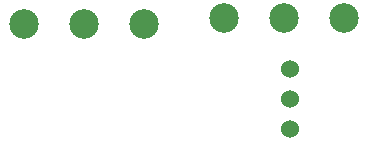
<source format=gbr>
%TF.GenerationSoftware,KiCad,Pcbnew,(6.0.2)*%
%TF.CreationDate,2022-03-02T15:34:03+00:00*%
%TF.ProjectId,305_Side_Hotswap,3330355f-5369-4646-955f-486f74737761,rev?*%
%TF.SameCoordinates,Original*%
%TF.FileFunction,Soldermask,Bot*%
%TF.FilePolarity,Negative*%
%FSLAX46Y46*%
G04 Gerber Fmt 4.6, Leading zero omitted, Abs format (unit mm)*
G04 Created by KiCad (PCBNEW (6.0.2)) date 2022-03-02 15:34:03*
%MOMM*%
%LPD*%
G01*
G04 APERTURE LIST*
%ADD10C,2.500000*%
%ADD11C,1.524000*%
G04 APERTURE END LIST*
D10*
%TO.C,SW2*%
X38880000Y-20820000D03*
X43960000Y-20820000D03*
X49040000Y-20820000D03*
%TD*%
%TO.C,SW1*%
X55880000Y-20320000D03*
X60960000Y-20320000D03*
X66040000Y-20320000D03*
%TD*%
D11*
%TO.C,U1*%
X61460000Y-24590000D03*
X61460000Y-27130000D03*
X61460000Y-29670000D03*
%TD*%
M02*

</source>
